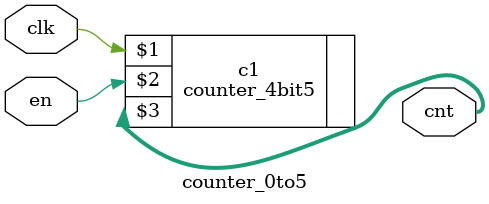
<source format=v>
`timescale 1ns / 1ps


module counter_0to5(clk, en, cnt);

    input       clk;
    input       en;
    output      [3:0] cnt;
        
    //                          (clk,   clk_en, Q)
    counter_4bit5       c1      (clk,  en,     cnt);
    
endmodule

</source>
